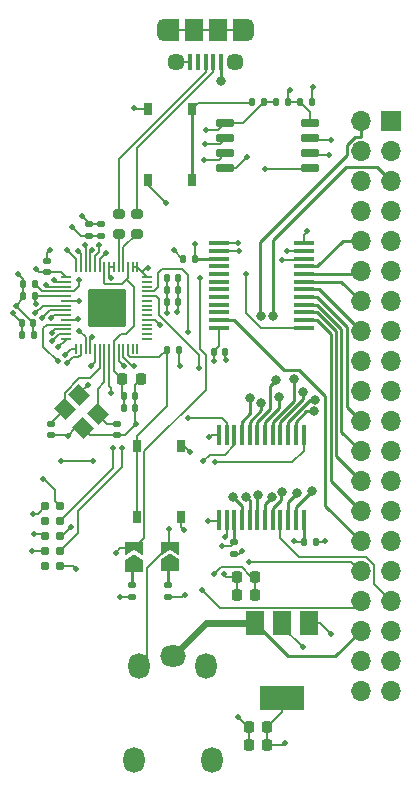
<source format=gbr>
%TF.GenerationSoftware,KiCad,Pcbnew,(6.0.4)*%
%TF.CreationDate,2022-04-15T12:14:50+02:00*%
%TF.ProjectId,rp2040_magslide_controller,72703230-3430-45f6-9d61-67736c696465,rev?*%
%TF.SameCoordinates,Original*%
%TF.FileFunction,Copper,L1,Top*%
%TF.FilePolarity,Positive*%
%FSLAX46Y46*%
G04 Gerber Fmt 4.6, Leading zero omitted, Abs format (unit mm)*
G04 Created by KiCad (PCBNEW (6.0.4)) date 2022-04-15 12:14:50*
%MOMM*%
%LPD*%
G01*
G04 APERTURE LIST*
G04 Aperture macros list*
%AMRoundRect*
0 Rectangle with rounded corners*
0 $1 Rounding radius*
0 $2 $3 $4 $5 $6 $7 $8 $9 X,Y pos of 4 corners*
0 Add a 4 corners polygon primitive as box body*
4,1,4,$2,$3,$4,$5,$6,$7,$8,$9,$2,$3,0*
0 Add four circle primitives for the rounded corners*
1,1,$1+$1,$2,$3*
1,1,$1+$1,$4,$5*
1,1,$1+$1,$6,$7*
1,1,$1+$1,$8,$9*
0 Add four rect primitives between the rounded corners*
20,1,$1+$1,$2,$3,$4,$5,0*
20,1,$1+$1,$4,$5,$6,$7,0*
20,1,$1+$1,$6,$7,$8,$9,0*
20,1,$1+$1,$8,$9,$2,$3,0*%
%AMRotRect*
0 Rectangle, with rotation*
0 The origin of the aperture is its center*
0 $1 length*
0 $2 width*
0 $3 Rotation angle, in degrees counterclockwise*
0 Add horizontal line*
21,1,$1,$2,0,0,$3*%
%AMFreePoly0*
4,1,6,0.500000,-0.750000,-0.650000,-0.750000,-0.150000,0.000000,-0.650000,0.750000,0.500000,0.750000,0.500000,-0.750000,0.500000,-0.750000,$1*%
%AMFreePoly1*
4,1,6,1.000000,0.000000,0.500000,-0.750000,-0.500000,-0.750000,-0.500000,0.750000,0.500000,0.750000,1.000000,0.000000,1.000000,0.000000,$1*%
G04 Aperture macros list end*
%TA.AperFunction,SMDPad,CuDef*%
%ADD10RoundRect,0.150000X-0.650000X-0.150000X0.650000X-0.150000X0.650000X0.150000X-0.650000X0.150000X0*%
%TD*%
%TA.AperFunction,SMDPad,CuDef*%
%ADD11RoundRect,0.140000X0.140000X0.170000X-0.140000X0.170000X-0.140000X-0.170000X0.140000X-0.170000X0*%
%TD*%
%TA.AperFunction,SMDPad,CuDef*%
%ADD12RoundRect,0.225000X0.225000X0.250000X-0.225000X0.250000X-0.225000X-0.250000X0.225000X-0.250000X0*%
%TD*%
%TA.AperFunction,SMDPad,CuDef*%
%ADD13RotRect,1.400000X1.200000X135.000000*%
%TD*%
%TA.AperFunction,SMDPad,CuDef*%
%ADD14R,1.750000X0.450000*%
%TD*%
%TA.AperFunction,SMDPad,CuDef*%
%ADD15RoundRect,0.140000X-0.140000X-0.170000X0.140000X-0.170000X0.140000X0.170000X-0.140000X0.170000X0*%
%TD*%
%TA.AperFunction,ComponentPad*%
%ADD16O,1.700000X1.700000*%
%TD*%
%TA.AperFunction,ComponentPad*%
%ADD17R,1.700000X1.700000*%
%TD*%
%TA.AperFunction,SMDPad,CuDef*%
%ADD18R,0.450000X1.750000*%
%TD*%
%TA.AperFunction,ComponentPad*%
%ADD19O,1.800000X2.200000*%
%TD*%
%TA.AperFunction,ComponentPad*%
%ADD20O,2.200000X1.800000*%
%TD*%
%TA.AperFunction,SMDPad,CuDef*%
%ADD21R,1.200000X1.900000*%
%TD*%
%TA.AperFunction,ComponentPad*%
%ADD22O,1.200000X1.900000*%
%TD*%
%TA.AperFunction,SMDPad,CuDef*%
%ADD23R,1.500000X1.900000*%
%TD*%
%TA.AperFunction,ComponentPad*%
%ADD24C,1.450000*%
%TD*%
%TA.AperFunction,SMDPad,CuDef*%
%ADD25R,0.400000X1.350000*%
%TD*%
%TA.AperFunction,SMDPad,CuDef*%
%ADD26RoundRect,0.225000X-0.225000X-0.250000X0.225000X-0.250000X0.225000X0.250000X-0.225000X0.250000X0*%
%TD*%
%TA.AperFunction,SMDPad,CuDef*%
%ADD27RoundRect,0.135000X0.185000X-0.135000X0.185000X0.135000X-0.185000X0.135000X-0.185000X-0.135000X0*%
%TD*%
%TA.AperFunction,SMDPad,CuDef*%
%ADD28RoundRect,0.140000X0.170000X-0.140000X0.170000X0.140000X-0.170000X0.140000X-0.170000X-0.140000X0*%
%TD*%
%TA.AperFunction,SMDPad,CuDef*%
%ADD29FreePoly0,90.000000*%
%TD*%
%TA.AperFunction,SMDPad,CuDef*%
%ADD30FreePoly1,90.000000*%
%TD*%
%TA.AperFunction,SMDPad,CuDef*%
%ADD31R,0.750000X1.000000*%
%TD*%
%TA.AperFunction,SMDPad,CuDef*%
%ADD32RoundRect,0.135000X-0.135000X-0.185000X0.135000X-0.185000X0.135000X0.185000X-0.135000X0.185000X0*%
%TD*%
%TA.AperFunction,SMDPad,CuDef*%
%ADD33RoundRect,0.200000X0.275000X-0.200000X0.275000X0.200000X-0.275000X0.200000X-0.275000X-0.200000X0*%
%TD*%
%TA.AperFunction,ComponentPad*%
%ADD34C,0.600000*%
%TD*%
%TA.AperFunction,SMDPad,CuDef*%
%ADD35RoundRect,0.144000X-1.456000X-1.456000X1.456000X-1.456000X1.456000X1.456000X-1.456000X1.456000X0*%
%TD*%
%TA.AperFunction,SMDPad,CuDef*%
%ADD36RoundRect,0.050000X-0.050000X-0.387500X0.050000X-0.387500X0.050000X0.387500X-0.050000X0.387500X0*%
%TD*%
%TA.AperFunction,SMDPad,CuDef*%
%ADD37RoundRect,0.050000X-0.387500X-0.050000X0.387500X-0.050000X0.387500X0.050000X-0.387500X0.050000X0*%
%TD*%
%TA.AperFunction,ConnectorPad*%
%ADD38C,0.787400*%
%TD*%
%TA.AperFunction,SMDPad,CuDef*%
%ADD39RoundRect,0.135000X-0.185000X0.135000X-0.185000X-0.135000X0.185000X-0.135000X0.185000X0.135000X0*%
%TD*%
%TA.AperFunction,SMDPad,CuDef*%
%ADD40RoundRect,0.135000X0.135000X0.185000X-0.135000X0.185000X-0.135000X-0.185000X0.135000X-0.185000X0*%
%TD*%
%TA.AperFunction,SMDPad,CuDef*%
%ADD41R,1.500000X2.000000*%
%TD*%
%TA.AperFunction,SMDPad,CuDef*%
%ADD42R,3.800000X2.000000*%
%TD*%
%TA.AperFunction,ViaPad*%
%ADD43C,0.508000*%
%TD*%
%TA.AperFunction,ViaPad*%
%ADD44C,0.800000*%
%TD*%
%TA.AperFunction,Conductor*%
%ADD45C,0.200000*%
%TD*%
%TA.AperFunction,Conductor*%
%ADD46C,0.250000*%
%TD*%
%TA.AperFunction,Conductor*%
%ADD47C,0.600000*%
%TD*%
G04 APERTURE END LIST*
D10*
%TO.P,U1,1,~{CS}*%
%TO.N,QSPI_CS*%
X180854800Y-87350600D03*
%TO.P,U1,2,DO/IO1*%
%TO.N,QSPI_SD1*%
X180854800Y-88620600D03*
%TO.P,U1,3,~{WP}/IO2*%
%TO.N,QSPI_SD2*%
X180854800Y-89890600D03*
%TO.P,U1,4,GND*%
%TO.N,GND*%
X180854800Y-91160600D03*
%TO.P,U1,5,DI/IO0*%
%TO.N,QSPI_SD0*%
X188054800Y-91160600D03*
%TO.P,U1,6,SCK*%
%TO.N,QSPI_SCLK*%
X188054800Y-89890600D03*
%TO.P,U1,7,~{HOLD}/IO3*%
%TO.N,QSPI_SD3*%
X188054800Y-88620600D03*
%TO.P,U1,8,VDD*%
%TO.N,+3V3*%
X188054800Y-87350600D03*
%TD*%
D11*
%TO.P,C14,1*%
%TO.N,+3V3*%
X164586800Y-104269600D03*
%TO.P,C14,2*%
%TO.N,GND*%
X163626800Y-104269600D03*
%TD*%
D12*
%TO.P,C6,1*%
%TO.N,+3V3*%
X184417000Y-138430000D03*
%TO.P,C6,2*%
%TO.N,GND*%
X182867000Y-138430000D03*
%TD*%
%TO.P,C2,1*%
%TO.N,+5V*%
X183401000Y-125730000D03*
%TO.P,C2,2*%
%TO.N,GND*%
X181851000Y-125730000D03*
%TD*%
%TO.P,C3,1*%
%TO.N,+5V*%
X183401000Y-127254000D03*
%TO.P,C3,2*%
%TO.N,GND*%
X181851000Y-127254000D03*
%TD*%
D13*
%TO.P,Y1,1,1*%
%TO.N,Net-(C5-Pad2)*%
X170034858Y-111936777D03*
%TO.P,Y1,2,2*%
%TO.N,GND*%
X168479223Y-110381142D03*
%TO.P,Y1,3,3*%
%TO.N,Net-(C4-Pad2)*%
X167277142Y-111583223D03*
%TO.P,Y1,4,4*%
%TO.N,GND*%
X168832777Y-113138858D03*
%TD*%
D14*
%TO.P,U5,1,COM*%
%TO.N,ADC_1*%
X187496000Y-104667000D03*
%TO.P,U5,2,I7*%
%TO.N,F43*%
X187496000Y-104017000D03*
%TO.P,U5,3,I6*%
%TO.N,F42*%
X187496000Y-103367000D03*
%TO.P,U5,4,I5*%
%TO.N,F41*%
X187496000Y-102717000D03*
%TO.P,U5,5,I4*%
%TO.N,F40*%
X187496000Y-102067000D03*
%TO.P,U5,6,I3*%
%TO.N,F34*%
X187496000Y-101417000D03*
%TO.P,U5,7,I2*%
%TO.N,F33*%
X187496000Y-100767000D03*
%TO.P,U5,8,I1*%
%TO.N,F32*%
X187496000Y-100117000D03*
%TO.P,U5,9,I0*%
%TO.N,F31*%
X187496000Y-99467000D03*
%TO.P,U5,10,S0*%
%TO.N,MUX_10*%
X187496000Y-98817000D03*
%TO.P,U5,11,S1*%
%TO.N,MUX_11*%
X187496000Y-98167000D03*
%TO.P,U5,12,GND*%
%TO.N,GND*%
X187496000Y-97517000D03*
%TO.P,U5,13,S3*%
%TO.N,MUX_13*%
X180296000Y-97517000D03*
%TO.P,U5,14,S2*%
%TO.N,MUX_12*%
X180296000Y-98167000D03*
%TO.P,U5,15,~{E}*%
%TO.N,MUX1_EN*%
X180296000Y-98817000D03*
%TO.P,U5,16,I15*%
%TO.N,unconnected-(U5-Pad16)*%
X180296000Y-99467000D03*
%TO.P,U5,17,I14*%
%TO.N,unconnected-(U5-Pad17)*%
X180296000Y-100117000D03*
%TO.P,U5,18,I13*%
%TO.N,unconnected-(U5-Pad18)*%
X180296000Y-100767000D03*
%TO.P,U5,19,I12*%
%TO.N,unconnected-(U5-Pad19)*%
X180296000Y-101417000D03*
%TO.P,U5,20,I11*%
%TO.N,unconnected-(U5-Pad20)*%
X180296000Y-102067000D03*
%TO.P,U5,21,I10*%
%TO.N,unconnected-(U5-Pad21)*%
X180296000Y-102717000D03*
%TO.P,U5,22,I9*%
%TO.N,unconnected-(U5-Pad22)*%
X180296000Y-103367000D03*
%TO.P,U5,23,I8*%
%TO.N,F44*%
X180296000Y-104017000D03*
%TO.P,U5,24,VCC*%
%TO.N,+3V3*%
X180296000Y-104667000D03*
%TD*%
D15*
%TO.P,C18,1*%
%TO.N,+3V3*%
X179860000Y-106680000D03*
%TO.P,C18,2*%
%TO.N,GND*%
X180820000Y-106680000D03*
%TD*%
D16*
%TO.P,J4,40,Pin_40*%
%TO.N,unconnected-(J4-Pad40)*%
X192298000Y-135412000D03*
%TO.P,J4,39,Pin_39*%
%TO.N,F23*%
X194838000Y-135412000D03*
%TO.P,J4,38,Pin_38*%
%TO.N,GND*%
X192298000Y-132872000D03*
%TO.P,J4,37,Pin_37*%
%TO.N,F22*%
X194838000Y-132872000D03*
%TO.P,J4,36,Pin_36*%
%TO.N,+5V*%
X192298000Y-130332000D03*
%TO.P,J4,35,Pin_35*%
%TO.N,F21*%
X194838000Y-130332000D03*
%TO.P,J4,34,Pin_34*%
%TO.N,extern_sda*%
X192298000Y-127792000D03*
%TO.P,J4,33,Pin_33*%
%TO.N,F20*%
X194838000Y-127792000D03*
%TO.P,J4,32,Pin_32*%
%TO.N,extern_scl*%
X192298000Y-125252000D03*
%TO.P,J4,31,Pin_31*%
%TO.N,GND*%
X194838000Y-125252000D03*
%TO.P,J4,30,Pin_30*%
%TO.N,F44*%
X192298000Y-122712000D03*
%TO.P,J4,29,Pin_29*%
%TO.N,+3V3*%
X194838000Y-122712000D03*
%TO.P,J4,28,Pin_28*%
%TO.N,F43*%
X192298000Y-120172000D03*
%TO.P,J4,27,Pin_27*%
%TO.N,F14*%
X194838000Y-120172000D03*
%TO.P,J4,26,Pin_26*%
%TO.N,F42*%
X192298000Y-117632000D03*
%TO.P,J4,25,Pin_25*%
%TO.N,F13*%
X194838000Y-117632000D03*
%TO.P,J4,24,Pin_24*%
%TO.N,F41*%
X192298000Y-115092000D03*
%TO.P,J4,23,Pin_23*%
%TO.N,F12*%
X194838000Y-115092000D03*
%TO.P,J4,22,Pin_22*%
%TO.N,F40*%
X192298000Y-112552000D03*
%TO.P,J4,21,Pin_21*%
%TO.N,F11*%
X194838000Y-112552000D03*
%TO.P,J4,20,Pin_20*%
%TO.N,GND*%
X192298000Y-110012000D03*
%TO.P,J4,19,Pin_19*%
%TO.N,F10*%
X194838000Y-110012000D03*
%TO.P,J4,18,Pin_18*%
%TO.N,+3V3*%
X192298000Y-107472000D03*
%TO.P,J4,17,Pin_17*%
%TO.N,GND*%
X194838000Y-107472000D03*
%TO.P,J4,16,Pin_16*%
%TO.N,F34*%
X192298000Y-104932000D03*
%TO.P,J4,15,Pin_15*%
%TO.N,+3V3*%
X194838000Y-104932000D03*
%TO.P,J4,14,Pin_14*%
%TO.N,F33*%
X192298000Y-102392000D03*
%TO.P,J4,13,Pin_13*%
%TO.N,F04*%
X194838000Y-102392000D03*
%TO.P,J4,12,Pin_12*%
%TO.N,F32*%
X192298000Y-99852000D03*
%TO.P,J4,11,Pin_11*%
%TO.N,F03*%
X194838000Y-99852000D03*
%TO.P,J4,10,Pin_10*%
%TO.N,F31*%
X192298000Y-97312000D03*
%TO.P,J4,9,Pin_9*%
%TO.N,F02*%
X194838000Y-97312000D03*
%TO.P,J4,8,Pin_8*%
%TO.N,F30*%
X192298000Y-94772000D03*
%TO.P,J4,7,Pin_7*%
%TO.N,F01*%
X194838000Y-94772000D03*
%TO.P,J4,6,Pin_6*%
%TO.N,GND*%
X192298000Y-92232000D03*
%TO.P,J4,5,Pin_5*%
%TO.N,F00*%
X194838000Y-92232000D03*
%TO.P,J4,4,Pin_4*%
%TO.N,+3V3*%
X192298000Y-89692000D03*
%TO.P,J4,3,Pin_3*%
%TO.N,GND*%
X194838000Y-89692000D03*
%TO.P,J4,2,Pin_2*%
%TO.N,F24*%
X192298000Y-87152000D03*
D17*
%TO.P,J4,1,Pin_1*%
%TO.N,+3V3*%
X194838000Y-87152000D03*
%TD*%
D18*
%TO.P,U4,1,COM*%
%TO.N,ADC_0*%
X187471000Y-113748000D03*
%TO.P,U4,2,I7*%
%TO.N,F12*%
X186821000Y-113748000D03*
%TO.P,U4,3,I6*%
%TO.N,F11*%
X186171000Y-113748000D03*
%TO.P,U4,4,I5*%
%TO.N,F10*%
X185521000Y-113748000D03*
%TO.P,U4,5,I4*%
%TO.N,F04*%
X184871000Y-113748000D03*
%TO.P,U4,6,I3*%
%TO.N,F03*%
X184221000Y-113748000D03*
%TO.P,U4,7,I2*%
%TO.N,F02*%
X183571000Y-113748000D03*
%TO.P,U4,8,I1*%
%TO.N,F01*%
X182921000Y-113748000D03*
%TO.P,U4,9,I0*%
%TO.N,F00*%
X182271000Y-113748000D03*
%TO.P,U4,10,S0*%
%TO.N,MUX_00*%
X181621000Y-113748000D03*
%TO.P,U4,11,S1*%
%TO.N,MUX_01*%
X180971000Y-113748000D03*
%TO.P,U4,12,GND*%
%TO.N,GND*%
X180321000Y-113748000D03*
%TO.P,U4,13,S3*%
%TO.N,MUX_03*%
X180321000Y-120948000D03*
%TO.P,U4,14,S2*%
%TO.N,MUX_02*%
X180971000Y-120948000D03*
%TO.P,U4,15,~{E}*%
%TO.N,MUX0_EN*%
X181621000Y-120948000D03*
%TO.P,U4,16,I15*%
%TO.N,F30*%
X182271000Y-120948000D03*
%TO.P,U4,17,I14*%
%TO.N,F24*%
X182921000Y-120948000D03*
%TO.P,U4,18,I13*%
%TO.N,F23*%
X183571000Y-120948000D03*
%TO.P,U4,19,I12*%
%TO.N,F22*%
X184221000Y-120948000D03*
%TO.P,U4,20,I11*%
%TO.N,F21*%
X184871000Y-120948000D03*
%TO.P,U4,21,I10*%
%TO.N,F20*%
X185521000Y-120948000D03*
%TO.P,U4,22,I9*%
%TO.N,F14*%
X186171000Y-120948000D03*
%TO.P,U4,23,I8*%
%TO.N,F13*%
X186821000Y-120948000D03*
%TO.P,U4,24,VCC*%
%TO.N,+3V3*%
X187471000Y-120948000D03*
%TD*%
D19*
%TO.P,J2,4,4*%
%TO.N,GND*%
X179703000Y-141278000D03*
X173103000Y-141278000D03*
%TO.P,J2,3,3*%
%TO.N,board_sda*%
X179253000Y-133278000D03*
%TO.P,J2,2,2*%
%TO.N,board_scl*%
X173553000Y-133278000D03*
D20*
%TO.P,J2,1,1*%
%TO.N,+5V*%
X176403000Y-132478000D03*
%TD*%
D21*
%TO.P,J1,6,Shield*%
%TO.N,GND*%
X182097000Y-79483700D03*
D22*
X175697000Y-79483700D03*
D23*
X180197000Y-79483700D03*
D22*
X182697000Y-79483700D03*
D24*
X181697000Y-82183700D03*
D21*
X176297000Y-79483700D03*
D23*
X178197000Y-79483700D03*
D24*
X176697000Y-82183700D03*
D25*
%TO.P,J1,5,GND*%
X177897000Y-82183700D03*
%TO.P,J1,4,ID*%
%TO.N,unconnected-(J1-Pad4)*%
X178547000Y-82183700D03*
%TO.P,J1,3,D+*%
%TO.N,D+*%
X179197000Y-82183700D03*
%TO.P,J1,2,D-*%
%TO.N,D-*%
X179847000Y-82183700D03*
%TO.P,J1,1,VBUS*%
%TO.N,+5V*%
X180497000Y-82183700D03*
%TD*%
D26*
%TO.P,C9,1*%
%TO.N,+1V1*%
X172125000Y-109000000D03*
%TO.P,C9,2*%
%TO.N,GND*%
X173675000Y-109000000D03*
%TD*%
D27*
%TO.P,R1,1*%
%TO.N,+3V3*%
X176022000Y-127477000D03*
%TO.P,R1,2*%
%TO.N,Net-(JP1-Pad1)*%
X176022000Y-126457000D03*
%TD*%
D28*
%TO.P,C15,1*%
%TO.N,+3V3*%
X169291000Y-96873000D03*
%TO.P,C15,2*%
%TO.N,GND*%
X169291000Y-95913000D03*
%TD*%
D29*
%TO.P,JP2,2,B*%
%TO.N,board_sda*%
X173102000Y-123354000D03*
D30*
%TO.P,JP2,1,A*%
%TO.N,Net-(JP2-Pad1)*%
X173102000Y-124804000D03*
%TD*%
D28*
%TO.P,C4,1*%
%TO.N,GND*%
X166116000Y-113764000D03*
%TO.P,C4,2*%
%TO.N,Net-(C4-Pad2)*%
X166116000Y-112804000D03*
%TD*%
D15*
%TO.P,C13,1*%
%TO.N,+3V3*%
X175923000Y-102489000D03*
%TO.P,C13,2*%
%TO.N,GND*%
X176883000Y-102489000D03*
%TD*%
%TO.P,C20,1*%
%TO.N,+3V3*%
X175923000Y-100457000D03*
%TO.P,C20,2*%
%TO.N,GND*%
X176883000Y-100457000D03*
%TD*%
D31*
%TO.P,SW1,1,A*%
%TO.N,GND*%
X174299400Y-86172100D03*
X174299400Y-92172100D03*
%TO.P,SW1,2,B*%
%TO.N,Net-(R2-Pad1)*%
X178049400Y-86172100D03*
X178049400Y-92172100D03*
%TD*%
D32*
%TO.P,R5,1*%
%TO.N,+3V3*%
X163699000Y-101981000D03*
%TO.P,R5,2*%
%TO.N,extern_scl*%
X164719000Y-101981000D03*
%TD*%
D15*
%TO.P,C8,1*%
%TO.N,+1V1*%
X172240000Y-111455200D03*
%TO.P,C8,2*%
%TO.N,GND*%
X173200000Y-111455200D03*
%TD*%
D32*
%TO.P,R2,1*%
%TO.N,Net-(R2-Pad1)*%
X183083200Y-85559000D03*
%TO.P,R2,2*%
%TO.N,QSPI_CS*%
X184103200Y-85559000D03*
%TD*%
D11*
%TO.P,C17,1*%
%TO.N,+3V3*%
X164614800Y-105285600D03*
%TO.P,C17,2*%
%TO.N,GND*%
X163654800Y-105285600D03*
%TD*%
D33*
%TO.P,R9,1*%
%TO.N,Net-(R9-Pad1)*%
X173355000Y-96710000D03*
%TO.P,R9,2*%
%TO.N,D-*%
X173355000Y-95060000D03*
%TD*%
D32*
%TO.P,R4,1*%
%TO.N,QSPI_CS*%
X185115200Y-85547200D03*
%TO.P,R4,2*%
%TO.N,+3V3*%
X186135200Y-85547200D03*
%TD*%
D15*
%TO.P,C19,1*%
%TO.N,+3V3*%
X187530800Y-122834400D03*
%TO.P,C19,2*%
%TO.N,GND*%
X188490800Y-122834400D03*
%TD*%
D34*
%TO.P,U3,57,GND*%
%TO.N,GND*%
X170815000Y-102997000D03*
X172090000Y-101722000D03*
X170815000Y-101722000D03*
X169540000Y-104272000D03*
X169540000Y-101722000D03*
X170815000Y-104272000D03*
X169540000Y-102997000D03*
D35*
X170815000Y-102997000D03*
D34*
X172090000Y-102997000D03*
X172090000Y-104272000D03*
D36*
%TO.P,U3,56,QSPI_SS*%
%TO.N,QSPI_CS*%
X168215000Y-99559500D03*
%TO.P,U3,55,QSPI_SD1*%
%TO.N,QSPI_SD1*%
X168615000Y-99559500D03*
%TO.P,U3,54,QSPI_SD2*%
%TO.N,QSPI_SD2*%
X169015000Y-99559500D03*
%TO.P,U3,53,QSPI_SD0*%
%TO.N,QSPI_SD0*%
X169415000Y-99559500D03*
%TO.P,U3,52,QSPI_SCLK*%
%TO.N,QSPI_SCLK*%
X169815000Y-99559500D03*
%TO.P,U3,51,QSPI_SD3*%
%TO.N,QSPI_SD3*%
X170215000Y-99559500D03*
%TO.P,U3,50,DVDD*%
%TO.N,+1V1*%
X170615000Y-99559500D03*
%TO.P,U3,49,IOVDD*%
%TO.N,+3V3*%
X171015000Y-99559500D03*
%TO.P,U3,48,USB_VDD*%
X171415000Y-99559500D03*
%TO.P,U3,47,USB_DP*%
%TO.N,Net-(R8-Pad1)*%
X171815000Y-99559500D03*
%TO.P,U3,46,USB_DM*%
%TO.N,Net-(R9-Pad1)*%
X172215000Y-99559500D03*
%TO.P,U3,45,VREG_VOUT*%
%TO.N,+1V1*%
X172615000Y-99559500D03*
%TO.P,U3,44,VREG_IN*%
%TO.N,+3V3*%
X173015000Y-99559500D03*
%TO.P,U3,43,ADC_AVDD*%
X173415000Y-99559500D03*
D37*
%TO.P,U3,42,IOVDD*%
X174252500Y-100397000D03*
%TO.P,U3,41,GPIO29_ADC3*%
%TO.N,unconnected-(U3-Pad41)*%
X174252500Y-100797000D03*
%TO.P,U3,40,GPIO28_ADC2*%
%TO.N,unconnected-(U3-Pad40)*%
X174252500Y-101197000D03*
%TO.P,U3,39,GPIO27_ADC1*%
%TO.N,ADC_1*%
X174252500Y-101597000D03*
%TO.P,U3,38,GPIO26_ADC0*%
%TO.N,ADC_0*%
X174252500Y-101997000D03*
%TO.P,U3,37,GPIO25*%
%TO.N,unconnected-(U3-Pad37)*%
X174252500Y-102397000D03*
%TO.P,U3,36,GPIO24*%
%TO.N,unconnected-(U3-Pad36)*%
X174252500Y-102797000D03*
%TO.P,U3,35,GPIO23*%
%TO.N,unconnected-(U3-Pad35)*%
X174252500Y-103197000D03*
%TO.P,U3,34,GPIO22*%
%TO.N,unconnected-(U3-Pad34)*%
X174252500Y-103597000D03*
%TO.P,U3,33,IOVDD*%
%TO.N,+3V3*%
X174252500Y-103997000D03*
%TO.P,U3,32,GPIO21*%
%TO.N,unconnected-(U3-Pad32)*%
X174252500Y-104397000D03*
%TO.P,U3,31,GPIO20*%
%TO.N,unconnected-(U3-Pad31)*%
X174252500Y-104797000D03*
%TO.P,U3,30,GPIO19*%
%TO.N,unconnected-(U3-Pad30)*%
X174252500Y-105197000D03*
%TO.P,U3,29,GPIO18*%
%TO.N,unconnected-(U3-Pad29)*%
X174252500Y-105597000D03*
D36*
%TO.P,U3,28,GPIO17*%
%TO.N,unconnected-(U3-Pad28)*%
X173415000Y-106434500D03*
%TO.P,U3,27,GPIO16*%
%TO.N,unconnected-(U3-Pad27)*%
X173015000Y-106434500D03*
%TO.P,U3,26,RUN*%
%TO.N,Net-(R7-Pad2)*%
X172615000Y-106434500D03*
%TO.P,U3,25,SWD*%
%TO.N,SWDIO*%
X172215000Y-106434500D03*
%TO.P,U3,24,SWCLK*%
%TO.N,SWCLK*%
X171815000Y-106434500D03*
%TO.P,U3,23,DVDD*%
%TO.N,+1V1*%
X171415000Y-106434500D03*
%TO.P,U3,22,IOVDD*%
%TO.N,+3V3*%
X171015000Y-106434500D03*
%TO.P,U3,21,XOUT*%
%TO.N,Net-(C5-Pad2)*%
X170615000Y-106434500D03*
%TO.P,U3,20,XIN*%
%TO.N,Net-(C4-Pad2)*%
X170215000Y-106434500D03*
%TO.P,U3,19,TESTEN*%
%TO.N,GND*%
X169815000Y-106434500D03*
%TO.P,U3,18,GPIO15*%
%TO.N,MUX_13*%
X169415000Y-106434500D03*
%TO.P,U3,17,GPIO14*%
%TO.N,MUX_12*%
X169015000Y-106434500D03*
%TO.P,U3,16,GPIO13*%
%TO.N,MUX_11*%
X168615000Y-106434500D03*
%TO.P,U3,15,GPIO12*%
%TO.N,MUX_10*%
X168215000Y-106434500D03*
D37*
%TO.P,U3,14,GPIO11*%
%TO.N,MUX1_EN*%
X167377500Y-105597000D03*
%TO.P,U3,13,GPIO10*%
%TO.N,MUX_03*%
X167377500Y-105197000D03*
%TO.P,U3,12,GPIO9*%
%TO.N,MUX_02*%
X167377500Y-104797000D03*
%TO.P,U3,11,GPIO8*%
%TO.N,MUX_01*%
X167377500Y-104397000D03*
%TO.P,U3,10,IOVDD*%
%TO.N,+3V3*%
X167377500Y-103997000D03*
%TO.P,U3,9,GPIO7*%
%TO.N,MUX_00*%
X167377500Y-103597000D03*
%TO.P,U3,8,GPIO6*%
%TO.N,MUX0_EN*%
X167377500Y-103197000D03*
%TO.P,U3,7,GPIO5*%
%TO.N,board_scl*%
X167377500Y-102797000D03*
%TO.P,U3,6,GPIO4*%
%TO.N,board_sda*%
X167377500Y-102397000D03*
%TO.P,U3,5,GPIO3*%
%TO.N,extern_scl*%
X167377500Y-101997000D03*
%TO.P,U3,4,GPIO2*%
%TO.N,extern_sda*%
X167377500Y-101597000D03*
%TO.P,U3,3,GPIO1*%
%TO.N,dbg_rx*%
X167377500Y-101197000D03*
%TO.P,U3,2,GPIO0*%
%TO.N,dbg_tx*%
X167377500Y-100797000D03*
%TO.P,U3,1,IOVDD*%
%TO.N,+3V3*%
X167377500Y-100397000D03*
%TD*%
D38*
%TO.P,J3,10,Pin_10*%
%TO.N,unconnected-(J3-Pad10)*%
X165608000Y-124841000D03*
%TO.P,J3,9,Pin_9*%
%TO.N,GND*%
X165608000Y-123571000D03*
%TO.P,J3,8,Pin_8*%
%TO.N,dbg_tx*%
X165608000Y-122301000D03*
%TO.P,J3,7,Pin_7*%
%TO.N,unconnected-(J3-Pad7)*%
X165608000Y-121031000D03*
%TO.P,J3,6,Pin_6*%
%TO.N,dbg_rx*%
X165608000Y-119761000D03*
%TO.P,J3,5,Pin_5*%
%TO.N,GND*%
X166878000Y-119761000D03*
%TO.P,J3,4,Pin_4*%
%TO.N,SWCLK*%
X166878000Y-121031000D03*
%TO.P,J3,3,Pin_3*%
%TO.N,GND*%
X166878000Y-122301000D03*
%TO.P,J3,2,Pin_2*%
%TO.N,SWDIO*%
X166878000Y-123571000D03*
%TO.P,J3,1,Pin_1*%
%TO.N,+3V3*%
X166878000Y-124841000D03*
%TD*%
D39*
%TO.P,R10,1*%
%TO.N,MUX0_EN*%
X181610000Y-122832400D03*
%TO.P,R10,2*%
%TO.N,GND*%
X181610000Y-123852400D03*
%TD*%
D32*
%TO.P,R6,1*%
%TO.N,+3V3*%
X163699000Y-100965000D03*
%TO.P,R6,2*%
%TO.N,extern_sda*%
X164719000Y-100965000D03*
%TD*%
D15*
%TO.P,C1,1*%
%TO.N,+3V3*%
X187191800Y-85559000D03*
%TO.P,C1,2*%
%TO.N,GND*%
X188151800Y-85559000D03*
%TD*%
D33*
%TO.P,R8,1*%
%TO.N,Net-(R8-Pad1)*%
X171831000Y-96710000D03*
%TO.P,R8,2*%
%TO.N,D+*%
X171831000Y-95060000D03*
%TD*%
D12*
%TO.P,C7,1*%
%TO.N,+3V3*%
X184417000Y-139954000D03*
%TO.P,C7,2*%
%TO.N,GND*%
X182867000Y-139954000D03*
%TD*%
D15*
%TO.P,C10,1*%
%TO.N,+1V1*%
X172240000Y-110439200D03*
%TO.P,C10,2*%
%TO.N,GND*%
X173200000Y-110439200D03*
%TD*%
D40*
%TO.P,R11,1*%
%TO.N,MUX1_EN*%
X178259200Y-98806000D03*
%TO.P,R11,2*%
%TO.N,GND*%
X177239200Y-98806000D03*
%TD*%
D41*
%TO.P,U2,1,GND*%
%TO.N,GND*%
X187974000Y-129692000D03*
%TO.P,U2,2,VO*%
%TO.N,+3V3*%
X185674000Y-129692000D03*
D42*
X185674000Y-135992000D03*
D41*
%TO.P,U2,3,VI*%
%TO.N,+5V*%
X183374000Y-129692000D03*
%TD*%
D15*
%TO.P,C12,1*%
%TO.N,+3V3*%
X175923000Y-101473000D03*
%TO.P,C12,2*%
%TO.N,GND*%
X176883000Y-101473000D03*
%TD*%
D28*
%TO.P,C11,1*%
%TO.N,+3V3*%
X170307000Y-96873000D03*
%TO.P,C11,2*%
%TO.N,GND*%
X170307000Y-95913000D03*
%TD*%
D31*
%TO.P,SW2,1,A*%
%TO.N,GND*%
X177084200Y-120685500D03*
X177084200Y-114685500D03*
%TO.P,SW2,2,B*%
%TO.N,Net-(R7-Pad2)*%
X173334200Y-120685500D03*
X173334200Y-114685500D03*
%TD*%
D28*
%TO.P,C5,1*%
%TO.N,GND*%
X171704000Y-113736000D03*
%TO.P,C5,2*%
%TO.N,Net-(C5-Pad2)*%
X171704000Y-112776000D03*
%TD*%
D27*
%TO.P,R3,1*%
%TO.N,+3V3*%
X172974000Y-127477000D03*
%TO.P,R3,2*%
%TO.N,Net-(JP2-Pad1)*%
X172974000Y-126457000D03*
%TD*%
D28*
%TO.P,C16,1*%
%TO.N,+3V3*%
X165735000Y-99949000D03*
%TO.P,C16,2*%
%TO.N,GND*%
X165735000Y-98989000D03*
%TD*%
D40*
%TO.P,R7,1*%
%TO.N,+3V3*%
X176913000Y-106553000D03*
%TO.P,R7,2*%
%TO.N,Net-(R7-Pad2)*%
X175893000Y-106553000D03*
%TD*%
D29*
%TO.P,JP1,2,B*%
%TO.N,board_scl*%
X176126000Y-123340000D03*
D30*
%TO.P,JP1,1,A*%
%TO.N,Net-(JP1-Pad1)*%
X176126000Y-124790000D03*
%TD*%
D43*
%TO.N,+3V3*%
X186334400Y-84531200D03*
%TO.N,GND*%
X188264800Y-84277200D03*
X182727600Y-90220800D03*
%TO.N,QSPI_SD0*%
X184200800Y-91186000D03*
%TO.N,+3V3*%
X171200801Y-110175988D03*
X163093392Y-102793792D03*
X168400000Y-103900000D03*
X185900000Y-139800000D03*
X168200000Y-125100000D03*
X167900000Y-96100000D03*
X187400000Y-131700000D03*
X177400000Y-127300000D03*
X175300000Y-104400000D03*
X177000000Y-107887020D03*
X171900000Y-127500000D03*
X175920400Y-103428800D03*
X186700000Y-122700000D03*
X164800000Y-99700000D03*
X179900000Y-107500000D03*
X171200000Y-100446500D03*
X174300000Y-99600000D03*
X163300000Y-100100000D03*
%TO.N,GND*%
X181900000Y-137600000D03*
X167800000Y-121500000D03*
X176500000Y-98100000D03*
X189800000Y-130600000D03*
X179500000Y-113900000D03*
X187800000Y-96500000D03*
X165400000Y-117500000D03*
X169200000Y-109500000D03*
X177900000Y-115200000D03*
X176733200Y-103327200D03*
X180904500Y-107400000D03*
X166000000Y-98100000D03*
X173100000Y-86100000D03*
X182300000Y-123600000D03*
X164500000Y-123600000D03*
X173273500Y-112800000D03*
X175818800Y-94132400D03*
X189300000Y-122700000D03*
X168700000Y-95200000D03*
X162856300Y-103460385D03*
X177327216Y-121772784D03*
X167500000Y-113800000D03*
X180700000Y-125500000D03*
X169500000Y-107887020D03*
%TO.N,+5V*%
X179900000Y-125500000D03*
X179189000Y-129692000D03*
D44*
X180492400Y-83769200D03*
D43*
%TO.N,board_sda*%
X171602400Y-123698000D03*
X168503600Y-102412800D03*
X178714400Y-100482400D03*
%TO.N,board_scl*%
X164751458Y-103446171D03*
X176072800Y-121666000D03*
%TO.N,SWDIO*%
X173100000Y-107887020D03*
X172110400Y-114858800D03*
%TO.N,SWCLK*%
X171348400Y-114808000D03*
X172243975Y-107943045D03*
%TO.N,dbg_rx*%
X165709600Y-101043500D03*
X164541200Y-120396000D03*
%TO.N,dbg_tx*%
X166319200Y-100643500D03*
X164642800Y-122123200D03*
D44*
%TO.N,F24*%
X182626000Y-118999000D03*
X183849499Y-103636299D03*
%TO.N,F00*%
X182969500Y-110617000D03*
X184912000Y-103632000D03*
%TO.N,F01*%
X183871786Y-111046983D03*
%TO.N,F30*%
X181483000Y-118999000D03*
%TO.N,F02*%
X185128500Y-109093000D03*
%TO.N,F03*%
X185420000Y-110490000D03*
%TO.N,F04*%
X186652500Y-108966000D03*
%TO.N,F10*%
X187452000Y-110109000D03*
%TO.N,F11*%
X188468000Y-110744000D03*
%TO.N,F12*%
X188326649Y-111733457D03*
%TO.N,F13*%
X188214000Y-118491000D03*
%TO.N,F14*%
X186944000Y-118618000D03*
D43*
%TO.N,extern_scl*%
X182829200Y-124460000D03*
X164784426Y-102630434D03*
%TO.N,extern_sda*%
X168467594Y-100598794D03*
X178900000Y-126900000D03*
D44*
%TO.N,F21*%
X185678983Y-118552009D03*
%TO.N,F22*%
X184785000Y-118999000D03*
%TO.N,F23*%
X183615457Y-118857649D03*
D43*
%TO.N,QSPI_CS*%
X167487600Y-98094800D03*
X179222400Y-87934800D03*
%TO.N,MUX0_EN*%
X180543200Y-123139200D03*
X165363597Y-103800918D03*
%TO.N,MUX1_EN*%
X166725600Y-106324400D03*
X178308000Y-97536000D03*
%TO.N,QSPI_SD1*%
X168376509Y-98191859D03*
X179120800Y-89103200D03*
%TO.N,QSPI_SD2*%
X179070000Y-90424000D03*
X168930009Y-97637600D03*
%TO.N,QSPI_SD0*%
X169568500Y-98048735D03*
%TO.N,QSPI_SCLK*%
X189636400Y-90017600D03*
X170132300Y-97621313D03*
%TO.N,QSPI_SD3*%
X170738800Y-98348800D03*
X189839600Y-88798400D03*
%TO.N,ADC_1*%
X182626000Y-100076000D03*
X177698400Y-105003600D03*
%TO.N,ADC_0*%
X178663600Y-108051600D03*
X179984400Y-116027200D03*
%TO.N,MUX_13*%
X181908819Y-97497124D03*
X169568432Y-105455489D03*
%TO.N,MUX_12*%
X182016400Y-98196400D03*
X168503600Y-104952800D03*
%TO.N,MUX_11*%
X186080400Y-98196400D03*
X167470556Y-107616572D03*
%TO.N,MUX_10*%
X185623200Y-98907600D03*
X167284400Y-106934000D03*
%TO.N,MUX_03*%
X179425600Y-121056400D03*
X166188330Y-105814959D03*
%TO.N,MUX_02*%
X180797200Y-122377200D03*
X166141060Y-105079461D03*
%TO.N,MUX_01*%
X177698400Y-112268000D03*
X166725589Y-107492800D03*
%TO.N,MUX_00*%
X169672000Y-115925600D03*
X178968400Y-115976400D03*
X166928800Y-115925600D03*
X166103783Y-103843500D03*
%TD*%
D45*
%TO.N,+3V3*%
X186135200Y-84730400D02*
X186334400Y-84531200D01*
X186135200Y-85547200D02*
X186135200Y-84730400D01*
%TO.N,GND*%
X188151800Y-84390200D02*
X188264800Y-84277200D01*
X188151800Y-85559000D02*
X188151800Y-84390200D01*
X181787800Y-91160600D02*
X182727600Y-90220800D01*
X180854800Y-91160600D02*
X181787800Y-91160600D01*
X175818800Y-94132400D02*
X174299400Y-92613000D01*
X174299400Y-92613000D02*
X174299400Y-92172100D01*
%TO.N,QSPI_SD0*%
X188054800Y-91160600D02*
X188029400Y-91186000D01*
X188029400Y-91186000D02*
X184200800Y-91186000D01*
%TO.N,QSPI_SD2*%
X179070000Y-90424000D02*
X180321400Y-90424000D01*
X180321400Y-90424000D02*
X180854800Y-89890600D01*
%TO.N,QSPI_SD1*%
X179120800Y-89103200D02*
X180372200Y-89103200D01*
X180372200Y-89103200D02*
X180854800Y-88620600D01*
%TO.N,QSPI_CS*%
X180854800Y-87350600D02*
X182311600Y-87350600D01*
X182311600Y-87350600D02*
X184103200Y-85559000D01*
X179222400Y-87934800D02*
X180270600Y-87934800D01*
X180270600Y-87934800D02*
X180854800Y-87350600D01*
%TO.N,Net-(R2-Pad1)*%
X183083200Y-85559000D02*
X182993400Y-85648800D01*
X182993400Y-85648800D02*
X178572700Y-85648800D01*
X178572700Y-85648800D02*
X178049400Y-86172100D01*
%TO.N,QSPI_CS*%
X184103200Y-85559000D02*
X185103400Y-85559000D01*
X185103400Y-85559000D02*
X185115200Y-85547200D01*
%TO.N,+3V3*%
X186135200Y-85547200D02*
X187180000Y-85547200D01*
X187180000Y-85547200D02*
X187191800Y-85559000D01*
X188054800Y-87350600D02*
X188054800Y-86422000D01*
X188054800Y-86422000D02*
X187191800Y-85559000D01*
%TO.N,QSPI_SD3*%
X189839600Y-88798400D02*
X188232600Y-88798400D01*
X188232600Y-88798400D02*
X188054800Y-88620600D01*
%TO.N,QSPI_SCLK*%
X189636400Y-90017600D02*
X188181800Y-90017600D01*
X188181800Y-90017600D02*
X188054800Y-89890600D01*
D46*
%TO.N,F24*%
X183849499Y-103636299D02*
X183798299Y-103585099D01*
X183798299Y-103585099D02*
X183798299Y-97379701D01*
X191811501Y-88517489D02*
X192298000Y-88517489D01*
X183798299Y-97379701D02*
X191123489Y-90054511D01*
X191123489Y-90054511D02*
X191123489Y-89205501D01*
X191123489Y-89205501D02*
X191811501Y-88517489D01*
X192298000Y-88517489D02*
X192298000Y-87152000D01*
%TO.N,F00*%
X184912000Y-103632000D02*
X184912000Y-97231200D01*
X184912000Y-97231200D02*
X191085711Y-91057489D01*
X191085711Y-91057489D02*
X193663489Y-91057489D01*
X193663489Y-91057489D02*
X194838000Y-92232000D01*
D45*
%TO.N,+3V3*%
X171200801Y-109794184D02*
X171015000Y-109608383D01*
X173015000Y-99559500D02*
X173415000Y-99559500D01*
X165735000Y-99949000D02*
X166929500Y-99949000D01*
X174897000Y-103997000D02*
X175300000Y-104400000D01*
X185746000Y-139954000D02*
X185900000Y-139800000D01*
X163699000Y-102188184D02*
X163699000Y-101981000D01*
X169291000Y-96873000D02*
X168673000Y-96873000D01*
X177223000Y-127477000D02*
X177400000Y-127300000D01*
X163110992Y-102793792D02*
X164586800Y-104269600D01*
X171200801Y-110175988D02*
X171200801Y-109794184D01*
X185674000Y-137173000D02*
X184417000Y-138430000D01*
X171923000Y-127477000D02*
X171900000Y-127500000D01*
X180296000Y-106244000D02*
X179860000Y-106680000D01*
X185674000Y-135992000D02*
X185674000Y-137173000D01*
X165735000Y-99949000D02*
X165049000Y-99949000D01*
X163699000Y-100965000D02*
X163699000Y-100499000D01*
X171015000Y-99559500D02*
X171015000Y-100261500D01*
X169291000Y-96873000D02*
X170307000Y-96873000D01*
X166929500Y-99949000D02*
X167377500Y-100397000D01*
X175923000Y-102489000D02*
X175923000Y-103426200D01*
X165049000Y-99949000D02*
X164800000Y-99700000D01*
X171015000Y-100261500D02*
X171200000Y-100446500D01*
X173777750Y-99922250D02*
X173415000Y-99559500D01*
D46*
X187530800Y-121007800D02*
X187471000Y-120948000D01*
D45*
X164586800Y-104269600D02*
X164586800Y-105257600D01*
X187530800Y-122834400D02*
X186834400Y-122834400D01*
X163699000Y-100499000D02*
X163300000Y-100100000D01*
X179860000Y-107460000D02*
X179900000Y-107500000D01*
X180296000Y-104667000D02*
X180296000Y-106244000D01*
D46*
X187530800Y-122834400D02*
X187530800Y-121007800D01*
D45*
X175923000Y-100457000D02*
X175923000Y-101473000D01*
X163093392Y-102793792D02*
X163699000Y-102188184D01*
X176913000Y-107800020D02*
X177000000Y-107887020D01*
X173777750Y-99922250D02*
X174100000Y-99600000D01*
X174252500Y-100397000D02*
X173777750Y-99922250D01*
X184417000Y-139954000D02*
X185746000Y-139954000D01*
X174100000Y-99600000D02*
X174300000Y-99600000D01*
X168673000Y-96873000D02*
X167900000Y-96100000D01*
X179860000Y-106680000D02*
X179860000Y-107460000D01*
X174252500Y-103997000D02*
X174897000Y-103997000D01*
X185674000Y-129974000D02*
X187400000Y-131700000D01*
X172974000Y-127477000D02*
X171923000Y-127477000D01*
X167941000Y-124841000D02*
X168200000Y-125100000D01*
X184417000Y-138430000D02*
X184417000Y-139954000D01*
X176913000Y-106553000D02*
X176913000Y-107800020D01*
X168303000Y-103997000D02*
X168400000Y-103900000D01*
X166878000Y-124841000D02*
X167941000Y-124841000D01*
X171015000Y-109608383D02*
X171015000Y-106434500D01*
X167377500Y-103997000D02*
X168303000Y-103997000D01*
X186834400Y-122834400D02*
X186700000Y-122700000D01*
X171015000Y-99559500D02*
X171415000Y-99559500D01*
X175923000Y-101473000D02*
X175923000Y-102489000D01*
X163699000Y-100965000D02*
X163699000Y-101981000D01*
X185674000Y-129692000D02*
X185674000Y-129974000D01*
X164586800Y-105257600D02*
X164614800Y-105285600D01*
X163093392Y-102793792D02*
X163110992Y-102793792D01*
X176022000Y-127477000D02*
X177223000Y-127477000D01*
X175923000Y-103426200D02*
X175920400Y-103428800D01*
%TO.N,GND*%
X176697000Y-82183700D02*
X177897000Y-82183700D01*
X165735000Y-98365000D02*
X166000000Y-98100000D01*
X173200000Y-111455200D02*
X173200000Y-112726500D01*
X177385500Y-114685500D02*
X177900000Y-115200000D01*
X169429919Y-113736000D02*
X168832777Y-113138858D01*
X180197000Y-79483700D02*
X182097000Y-79483700D01*
X179652000Y-113748000D02*
X179500000Y-113900000D01*
X166414179Y-118414179D02*
X165500000Y-117500000D01*
X189165600Y-122834400D02*
X189300000Y-122700000D01*
X176883000Y-102489000D02*
X176883000Y-103177400D01*
X167464000Y-113764000D02*
X167500000Y-113800000D01*
X166999000Y-122301000D02*
X167800000Y-121500000D01*
X164529000Y-123571000D02*
X164500000Y-123600000D01*
X180820000Y-107315500D02*
X180904500Y-107400000D01*
X178197000Y-79483700D02*
X180197000Y-79483700D01*
X180930000Y-125730000D02*
X180700000Y-125500000D01*
X171704000Y-113736000D02*
X172337500Y-113736000D01*
X182047600Y-123852400D02*
X182300000Y-123600000D01*
X177239200Y-98806000D02*
X177206000Y-98806000D01*
X176883000Y-100457000D02*
X176883000Y-101473000D01*
X162856300Y-103499100D02*
X163626800Y-104269600D01*
X173200000Y-112726500D02*
X173273500Y-112800000D01*
X168479223Y-110220777D02*
X169200000Y-109500000D01*
X169291000Y-95791000D02*
X168700000Y-95200000D01*
X169815000Y-106434500D02*
X169815000Y-107572020D01*
X174299400Y-86172100D02*
X173172100Y-86172100D01*
X165735000Y-98989000D02*
X165735000Y-98365000D01*
X173200000Y-110439200D02*
X173200000Y-111455200D01*
X182867000Y-138430000D02*
X182730000Y-138430000D01*
X169291000Y-95913000D02*
X170307000Y-95913000D01*
X176297000Y-79483700D02*
X178197000Y-79483700D01*
X176883000Y-101473000D02*
X176883000Y-102489000D01*
X180820000Y-106680000D02*
X180820000Y-107315500D01*
X166878000Y-122301000D02*
X166999000Y-122301000D01*
X180321000Y-113748000D02*
X179652000Y-113748000D01*
X177084200Y-114685500D02*
X177385500Y-114685500D01*
X168479223Y-110381142D02*
X168479223Y-110220777D01*
X169291000Y-95913000D02*
X169291000Y-95791000D01*
X172337500Y-113736000D02*
X173273500Y-112800000D01*
X188490800Y-122834400D02*
X189165600Y-122834400D01*
X173675000Y-109000000D02*
X173200000Y-109475000D01*
X163626800Y-104269600D02*
X163626800Y-105257600D01*
X176883000Y-103177400D02*
X176733200Y-103327200D01*
X187496000Y-96804000D02*
X187800000Y-96500000D01*
X182867000Y-138430000D02*
X182867000Y-139954000D01*
X173200000Y-109475000D02*
X173200000Y-110439200D01*
X182730000Y-138430000D02*
X181900000Y-137600000D01*
X187974000Y-129692000D02*
X188892000Y-129692000D01*
X166116000Y-113764000D02*
X167464000Y-113764000D01*
X181851000Y-125730000D02*
X181851000Y-127254000D01*
X187496000Y-97517000D02*
X187496000Y-96804000D01*
X169815000Y-107572020D02*
X169500000Y-107887020D01*
X163626800Y-105257600D02*
X163654800Y-105285600D01*
X165608000Y-123571000D02*
X164529000Y-123571000D01*
X165500000Y-117500000D02*
X165400000Y-117500000D01*
X181610000Y-123852400D02*
X182047600Y-123852400D01*
X166878000Y-119761000D02*
X166414179Y-119297179D01*
X181851000Y-125730000D02*
X180930000Y-125730000D01*
X166414179Y-119297179D02*
X166414179Y-118414179D01*
X168832777Y-113138858D02*
X168161142Y-113138858D01*
X177084200Y-120685500D02*
X177084200Y-121529768D01*
X162856300Y-103460385D02*
X162856300Y-103499100D01*
X171704000Y-113736000D02*
X169429919Y-113736000D01*
X177084200Y-121529768D02*
X177327216Y-121772784D01*
X188892000Y-129692000D02*
X189800000Y-130600000D01*
X173172100Y-86172100D02*
X173100000Y-86100000D01*
X177206000Y-98806000D02*
X176500000Y-98100000D01*
X168161142Y-113138858D02*
X167500000Y-113800000D01*
D46*
%TO.N,+5V*%
X192298000Y-130332000D02*
X190130000Y-132500000D01*
D47*
X179189000Y-129692000D02*
X183374000Y-129692000D01*
D46*
X180497000Y-83764600D02*
X180492400Y-83769200D01*
D45*
X182284272Y-124946489D02*
X180453511Y-124946489D01*
X183401000Y-125730000D02*
X183067783Y-125730000D01*
D46*
X186182000Y-132500000D02*
X183374000Y-129692000D01*
D45*
X183401000Y-125730000D02*
X183401000Y-127254000D01*
X180453511Y-124946489D02*
X179900000Y-125500000D01*
D47*
X176403000Y-132478000D02*
X179189000Y-129692000D01*
D45*
X183067783Y-125730000D02*
X182284272Y-124946489D01*
D46*
X180497000Y-82183700D02*
X180497000Y-83764600D01*
X190130000Y-132500000D02*
X186182000Y-132500000D01*
D45*
%TO.N,Net-(C4-Pad2)*%
X166116000Y-112804000D02*
X166116000Y-112744365D01*
X167260464Y-110186365D02*
X167260464Y-111566545D01*
X169353511Y-108946489D02*
X168500340Y-108946489D01*
X170215000Y-106434500D02*
X170215000Y-108085000D01*
X167260464Y-111566545D02*
X167277142Y-111583223D01*
X170215000Y-108085000D02*
X169353511Y-108946489D01*
X168500340Y-108946489D02*
X167260464Y-110186365D01*
X166116000Y-112744365D02*
X167277142Y-111583223D01*
%TO.N,Net-(C5-Pad2)*%
X170034858Y-109865142D02*
X170034858Y-111936777D01*
X170615000Y-106434500D02*
X170615000Y-109285000D01*
X170615000Y-109285000D02*
X170034858Y-109865142D01*
X171704000Y-112776000D02*
X170874081Y-112776000D01*
X170874081Y-112776000D02*
X170034858Y-111936777D01*
%TO.N,+1V1*%
X170615000Y-99559500D02*
X170615000Y-100915000D01*
X170615000Y-100915000D02*
X170700000Y-101000000D01*
X173126400Y-104495600D02*
X172466000Y-105156000D01*
X172125000Y-110324200D02*
X172240000Y-110439200D01*
X171415000Y-105749800D02*
X171415000Y-106434500D01*
X172125000Y-109000000D02*
X172125000Y-110324200D01*
X172615000Y-100485800D02*
X172615000Y-99559500D01*
X170700000Y-101000000D02*
X172100800Y-101000000D01*
X172125000Y-109000000D02*
X171415000Y-108290000D01*
X173126400Y-101244400D02*
X173126400Y-104495600D01*
X172008800Y-105156000D02*
X171415000Y-105749800D01*
X172100800Y-101000000D02*
X172615000Y-100485800D01*
X172466000Y-105156000D02*
X172008800Y-105156000D01*
X172240000Y-110439200D02*
X172240000Y-111455200D01*
X171415000Y-108290000D02*
X171415000Y-106434500D01*
X172516800Y-100634800D02*
X173126400Y-101244400D01*
%TO.N,D-*%
X179847000Y-82992200D02*
X173355000Y-89484200D01*
X173355000Y-89484200D02*
X173355000Y-95060000D01*
X179847000Y-82183700D02*
X179847000Y-82992200D01*
%TO.N,D+*%
X171831000Y-90373722D02*
X171831000Y-95060000D01*
X179197000Y-83007722D02*
X171831000Y-90373722D01*
X179197000Y-82183700D02*
X179197000Y-83007722D01*
%TO.N,board_sda*%
X168487800Y-102397000D02*
X168503600Y-102412800D01*
X167377500Y-102397000D02*
X168487800Y-102397000D01*
X173102000Y-123354000D02*
X171946400Y-123354000D01*
X179217111Y-106968686D02*
X179217111Y-109936489D01*
X178714400Y-100482400D02*
X178714400Y-106465975D01*
X174008711Y-115144889D02*
X174008711Y-122447289D01*
X178714400Y-106465975D02*
X179217111Y-106968686D01*
X171946400Y-123354000D02*
X171602400Y-123698000D01*
X179217111Y-109936489D02*
X174008711Y-115144889D01*
X174008711Y-122447289D02*
X173102000Y-123354000D01*
%TO.N,board_scl*%
X174244000Y-132587000D02*
X173553000Y-133278000D01*
X176072800Y-121666000D02*
X176072800Y-123286800D01*
X176072800Y-123286800D02*
X176126000Y-123340000D01*
X175902416Y-123340000D02*
X174244000Y-124998416D01*
X174244000Y-124998416D02*
X174244000Y-132587000D01*
X164751458Y-103446171D02*
X165400629Y-102797000D01*
X165400629Y-102797000D02*
X167377500Y-102797000D01*
X176126000Y-123340000D02*
X175902416Y-123340000D01*
%TO.N,SWDIO*%
X172110400Y-114858800D02*
X172110400Y-116484400D01*
X168400000Y-120194800D02*
X168400000Y-122049000D01*
X172215000Y-107131301D02*
X172215000Y-106434500D01*
X168400000Y-122049000D02*
X166878000Y-123571000D01*
X173100000Y-107887020D02*
X172970719Y-107887020D01*
X172970719Y-107887020D02*
X172215000Y-107131301D01*
X172110400Y-116484400D02*
X168400000Y-120194800D01*
%TO.N,SWCLK*%
X171348400Y-116560600D02*
X166878000Y-121031000D01*
X172243975Y-107943045D02*
X171815000Y-107514070D01*
X171815000Y-107514070D02*
X171815000Y-106434500D01*
X171348400Y-114808000D02*
X171348400Y-116560600D01*
%TO.N,dbg_rx*%
X167377500Y-101197000D02*
X165863100Y-101197000D01*
X164973000Y-120396000D02*
X165608000Y-119761000D01*
X165863100Y-101197000D02*
X165709600Y-101043500D01*
X164541200Y-120396000D02*
X164973000Y-120396000D01*
%TO.N,dbg_tx*%
X166472700Y-100797000D02*
X166319200Y-100643500D01*
X167377500Y-100797000D02*
X166472700Y-100797000D01*
X164642800Y-122123200D02*
X165430200Y-122123200D01*
X165430200Y-122123200D02*
X165608000Y-122301000D01*
D46*
%TO.N,F24*%
X182921000Y-119294000D02*
X182626000Y-118999000D01*
X182921000Y-120948000D02*
X182921000Y-119294000D01*
%TO.N,F00*%
X182969500Y-110617000D02*
X182969500Y-111924500D01*
X182271000Y-112623000D02*
X182271000Y-113748000D01*
X182969500Y-111924500D02*
X182271000Y-112623000D01*
%TO.N,F01*%
X183871786Y-111672214D02*
X183871786Y-111046983D01*
X182921000Y-112623000D02*
X183871786Y-111672214D01*
X182921000Y-113748000D02*
X182921000Y-112623000D01*
%TO.N,F30*%
X182271000Y-120948000D02*
X182271000Y-119787000D01*
X182271000Y-119787000D02*
X181483000Y-118999000D01*
%TO.N,F02*%
X184596297Y-111583421D02*
X183571000Y-112608718D01*
X185128500Y-109093000D02*
X184596297Y-109625203D01*
X184596297Y-109625203D02*
X184596297Y-111583421D01*
X183571000Y-112608718D02*
X183571000Y-113748000D01*
%TO.N,F31*%
X188621000Y-99467000D02*
X190776000Y-97312000D01*
X187496000Y-99467000D02*
X188621000Y-99467000D01*
X190776000Y-97312000D02*
X192298000Y-97312000D01*
%TO.N,F03*%
X185420000Y-111424000D02*
X185420000Y-110490000D01*
X184221000Y-112623000D02*
X185420000Y-111424000D01*
X184221000Y-113748000D02*
X184221000Y-112623000D01*
%TO.N,F32*%
X192033000Y-100117000D02*
X192298000Y-99852000D01*
X187496000Y-100117000D02*
X192033000Y-100117000D01*
%TO.N,F04*%
X184871000Y-112623000D02*
X186652500Y-110841500D01*
X186652500Y-110841500D02*
X186652500Y-108966000D01*
X184871000Y-113748000D02*
X184871000Y-112623000D01*
%TO.N,F33*%
X190673000Y-100767000D02*
X192298000Y-102392000D01*
X187496000Y-100767000D02*
X190673000Y-100767000D01*
%TO.N,F34*%
X188783000Y-101417000D02*
X192298000Y-104932000D01*
X187496000Y-101417000D02*
X188783000Y-101417000D01*
%TO.N,F10*%
X185521000Y-112608718D02*
X187452000Y-110677717D01*
X185521000Y-113748000D02*
X185521000Y-112608718D01*
X187452000Y-110677717D02*
X187452000Y-110109000D01*
%TO.N,F11*%
X188050000Y-110744000D02*
X188468000Y-110744000D01*
X186171000Y-113748000D02*
X186171000Y-112623000D01*
X186171000Y-112623000D02*
X188050000Y-110744000D01*
%TO.N,F40*%
X188621000Y-102067000D02*
X191123489Y-104569489D01*
X191123489Y-104569489D02*
X191123489Y-111377489D01*
X191123489Y-111377489D02*
X192298000Y-112552000D01*
X187496000Y-102067000D02*
X188621000Y-102067000D01*
%TO.N,F12*%
X186821000Y-112623000D02*
X186821000Y-113748000D01*
X188326649Y-111733457D02*
X187710543Y-111733457D01*
X187710543Y-111733457D02*
X186821000Y-112623000D01*
%TO.N,F41*%
X187496000Y-102717000D02*
X188621000Y-102717000D01*
X188621000Y-102717000D02*
X190673969Y-104769969D01*
X190673969Y-104769969D02*
X190673969Y-113467969D01*
X190673969Y-113467969D02*
X192298000Y-115092000D01*
%TO.N,F13*%
X186821000Y-119884000D02*
X188214000Y-118491000D01*
X186821000Y-120948000D02*
X186821000Y-119884000D01*
%TO.N,F42*%
X190224449Y-104970449D02*
X190224449Y-115558449D01*
X188621000Y-103367000D02*
X190224449Y-104970449D01*
X187496000Y-103367000D02*
X188621000Y-103367000D01*
X190224449Y-115558449D02*
X192298000Y-117632000D01*
%TO.N,F14*%
X186171000Y-120948000D02*
X186171000Y-119391000D01*
X186171000Y-119391000D02*
X186944000Y-118618000D01*
%TO.N,F43*%
X189774929Y-105196907D02*
X189774929Y-117648929D01*
X189774929Y-117648929D02*
X192298000Y-120172000D01*
X187496000Y-104017000D02*
X188595022Y-104017000D01*
X188595022Y-104017000D02*
X189774929Y-105196907D01*
%TO.N,F44*%
X180296000Y-104017000D02*
X181614000Y-104017000D01*
X181614000Y-104017000D02*
X185838489Y-108241489D01*
X185838489Y-108241489D02*
X187108489Y-108241489D01*
X189325409Y-119739409D02*
X192298000Y-122712000D01*
X187108489Y-108241489D02*
X189325409Y-110458409D01*
X189325409Y-110458409D02*
X189325409Y-119739409D01*
D45*
%TO.N,extern_scl*%
X167377500Y-101997000D02*
X164735000Y-101997000D01*
X164719000Y-102565008D02*
X164719000Y-101981000D01*
X182829200Y-124460000D02*
X191506000Y-124460000D01*
X164784426Y-102630434D02*
X164719000Y-102565008D01*
X164735000Y-101997000D02*
X164719000Y-101981000D01*
X191506000Y-124460000D02*
X192298000Y-125252000D01*
%TO.N,F20*%
X187103280Y-124060480D02*
X185521000Y-122478200D01*
X193447511Y-126401511D02*
X193447511Y-124775856D01*
X185521000Y-122478200D02*
X185521000Y-120948000D01*
X193447511Y-124775856D02*
X192732135Y-124060480D01*
X192732135Y-124060480D02*
X187103280Y-124060480D01*
X194838000Y-127792000D02*
X193447511Y-126401511D01*
%TO.N,extern_sda*%
X168467594Y-101128006D02*
X168467594Y-100598794D01*
X165351000Y-101597000D02*
X164719000Y-100965000D01*
X167998600Y-101597000D02*
X168467594Y-101128006D01*
X167377500Y-101597000D02*
X165351000Y-101597000D01*
X180392489Y-128392489D02*
X191697511Y-128392489D01*
X167377500Y-101597000D02*
X167998600Y-101597000D01*
X191697511Y-128392489D02*
X192298000Y-127792000D01*
X178900000Y-126900000D02*
X180392489Y-128392489D01*
D46*
%TO.N,F21*%
X185547000Y-119261614D02*
X185547000Y-118683992D01*
X184871000Y-119937614D02*
X185547000Y-119261614D01*
X185547000Y-118683992D02*
X185678983Y-118552009D01*
X184871000Y-120948000D02*
X184871000Y-119937614D01*
%TO.N,F22*%
X184221000Y-120948000D02*
X184221000Y-119563000D01*
X184221000Y-119563000D02*
X184785000Y-118999000D01*
%TO.N,F23*%
X183571000Y-118902106D02*
X183615457Y-118857649D01*
X183571000Y-120948000D02*
X183571000Y-118902106D01*
%TO.N,Net-(JP1-Pad1)*%
X176022000Y-126457000D02*
X176022000Y-124894000D01*
X176022000Y-124894000D02*
X176126000Y-124790000D01*
%TO.N,Net-(JP2-Pad1)*%
X172974000Y-124932000D02*
X173102000Y-124804000D01*
X172974000Y-126457000D02*
X172974000Y-124932000D01*
%TO.N,Net-(R2-Pad1)*%
X178049400Y-92172100D02*
X178049400Y-86172100D01*
X183067900Y-85574300D02*
X183083200Y-85559000D01*
D45*
%TO.N,QSPI_CS*%
X168215000Y-98822200D02*
X168215000Y-99559500D01*
X167487600Y-98094800D02*
X168215000Y-98822200D01*
%TO.N,Net-(R7-Pad2)*%
X173334200Y-114685500D02*
X173334200Y-113838200D01*
X175893000Y-111279400D02*
X175893000Y-106553000D01*
X175274480Y-107171520D02*
X175893000Y-106553000D01*
X173334200Y-120685500D02*
X173334200Y-114685500D01*
X173334200Y-113838200D02*
X175893000Y-111279400D01*
X172615000Y-106966295D02*
X172820225Y-107171520D01*
X172615000Y-106434500D02*
X172615000Y-106966295D01*
X172820225Y-107171520D02*
X175274480Y-107171520D01*
%TO.N,Net-(R8-Pad1)*%
X171815000Y-96726000D02*
X171831000Y-96710000D01*
X171815000Y-99559500D02*
X171815000Y-96726000D01*
%TO.N,Net-(R9-Pad1)*%
X172215000Y-97850000D02*
X173355000Y-96710000D01*
X172215000Y-99559500D02*
X172215000Y-97850000D01*
%TO.N,MUX0_EN*%
X181303200Y-123139200D02*
X181610000Y-122832400D01*
D46*
X181610000Y-120959000D02*
X181621000Y-120948000D01*
D45*
X165967515Y-103197000D02*
X167377500Y-103197000D01*
D46*
X181610000Y-122832400D02*
X181610000Y-120959000D01*
D45*
X180543200Y-123139200D02*
X181303200Y-123139200D01*
X165363597Y-103800918D02*
X165967515Y-103197000D01*
%TO.N,MUX1_EN*%
X167377500Y-105672500D02*
X166725600Y-106324400D01*
X167377500Y-105597000D02*
X167377500Y-105672500D01*
D46*
X180296000Y-98817000D02*
X178270200Y-98817000D01*
D45*
X178308000Y-97536000D02*
X178308000Y-98757200D01*
D46*
X178270200Y-98817000D02*
X178259200Y-98806000D01*
D45*
X178308000Y-98757200D02*
X178259200Y-98806000D01*
%TO.N,QSPI_SD1*%
X168615000Y-98430350D02*
X168615000Y-99559500D01*
X168376509Y-98191859D02*
X168615000Y-98430350D01*
%TO.N,QSPI_SD2*%
X169015000Y-97722591D02*
X169015000Y-99559500D01*
X168930009Y-97637600D02*
X169015000Y-97722591D01*
%TO.N,QSPI_SD0*%
X169568500Y-98048735D02*
X169415000Y-98202235D01*
X169415000Y-98202235D02*
X169415000Y-99559500D01*
%TO.N,QSPI_SCLK*%
X170132300Y-97621313D02*
X170028081Y-97725532D01*
X170122011Y-97819462D02*
X170122011Y-98278008D01*
X170122011Y-98278008D02*
X169815000Y-98585019D01*
X169815000Y-98585019D02*
X169815000Y-99559500D01*
X170028081Y-97725532D02*
X170122011Y-97819462D01*
%TO.N,QSPI_SD3*%
X170215000Y-99559500D02*
X170215000Y-98872600D01*
X170215000Y-98872600D02*
X170738800Y-98348800D01*
%TO.N,ADC_1*%
X182626000Y-103402059D02*
X182626000Y-100076000D01*
X175514000Y-99669600D02*
X175158400Y-100025200D01*
X175158400Y-100025200D02*
X175158400Y-101223855D01*
X187496000Y-104667000D02*
X183890941Y-104667000D01*
X175158400Y-101223855D02*
X174785255Y-101597000D01*
X177698400Y-105003600D02*
X177698400Y-100177600D01*
X177190400Y-99669600D02*
X175514000Y-99669600D01*
X183890941Y-104667000D02*
X182626000Y-103402059D01*
X174785255Y-101597000D02*
X174252500Y-101597000D01*
X177698400Y-100177600D02*
X177190400Y-99669600D01*
%TO.N,ADC_0*%
X174996600Y-101997000D02*
X175260000Y-102260400D01*
X186537600Y-116027200D02*
X179984400Y-116027200D01*
X186537600Y-116027200D02*
X187471000Y-115093800D01*
X178663600Y-106980181D02*
X178663600Y-108051600D01*
X175260000Y-102260400D02*
X175260000Y-103560000D01*
X187471000Y-113748000D02*
X187471000Y-115093800D01*
X178314881Y-106631462D02*
X178663600Y-106980181D01*
X178314880Y-106614880D02*
X178314881Y-106631462D01*
X174252500Y-101997000D02*
X174996600Y-101997000D01*
X175260000Y-103560000D02*
X178314880Y-106614880D01*
%TO.N,MUX_13*%
X180315876Y-97497124D02*
X180296000Y-97517000D01*
X181908819Y-97497124D02*
X180315876Y-97497124D01*
X169415000Y-105608921D02*
X169415000Y-106434500D01*
X169568432Y-105455489D02*
X169415000Y-105608921D01*
%TO.N,MUX_12*%
X168503600Y-104952800D02*
X169015000Y-105464200D01*
X169015000Y-105464200D02*
X169015000Y-106434500D01*
X182016400Y-98196400D02*
X180325400Y-98196400D01*
X180325400Y-98196400D02*
X180296000Y-98167000D01*
%TO.N,MUX_11*%
X167470556Y-107616572D02*
X167915608Y-107171520D01*
X168615000Y-106966295D02*
X168615000Y-106434500D01*
X186080400Y-98196400D02*
X187466600Y-98196400D01*
X187466600Y-98196400D02*
X187496000Y-98167000D01*
X168409775Y-107171520D02*
X168615000Y-106966295D01*
X167915608Y-107171520D02*
X168409775Y-107171520D01*
%TO.N,MUX_10*%
X187405400Y-98907600D02*
X187496000Y-98817000D01*
X168215000Y-106434500D02*
X167783900Y-106434500D01*
X167783900Y-106434500D02*
X167284400Y-106934000D01*
X185623200Y-98907600D02*
X187405400Y-98907600D01*
%TO.N,MUX_03*%
X179425600Y-121056400D02*
X180212600Y-121056400D01*
X166806289Y-105197000D02*
X167377500Y-105197000D01*
X180212600Y-121056400D02*
X180321000Y-120948000D01*
X166188330Y-105814959D02*
X166806289Y-105197000D01*
%TO.N,MUX_02*%
X180971000Y-122203400D02*
X180971000Y-120948000D01*
X180797200Y-122377200D02*
X180971000Y-122203400D01*
X166141060Y-105079461D02*
X166423521Y-104797000D01*
X166423521Y-104797000D02*
X167377500Y-104797000D01*
%TO.N,MUX_01*%
X180971000Y-112698978D02*
X180971000Y-113748000D01*
X165455600Y-104698800D02*
X165455600Y-106273600D01*
X167377500Y-104397000D02*
X165757400Y-104397000D01*
X166674800Y-107492800D02*
X166725589Y-107492800D01*
X177698400Y-112268000D02*
X180540022Y-112268000D01*
X165455600Y-104698800D02*
X165757400Y-104397000D01*
X165455600Y-106273600D02*
X166674800Y-107492800D01*
X180540022Y-112268000D02*
X180971000Y-112698978D01*
%TO.N,MUX_00*%
X178968400Y-115976400D02*
X179527200Y-115417600D01*
X180835111Y-115417600D02*
X181621000Y-114631711D01*
X166103783Y-103843500D02*
X166350283Y-103597000D01*
X179527200Y-115417600D02*
X180835111Y-115417600D01*
X166350283Y-103597000D02*
X167377500Y-103597000D01*
X181621000Y-114631711D02*
X181621000Y-113748000D01*
X169672000Y-115925600D02*
X166928800Y-115925600D01*
%TD*%
M02*

</source>
